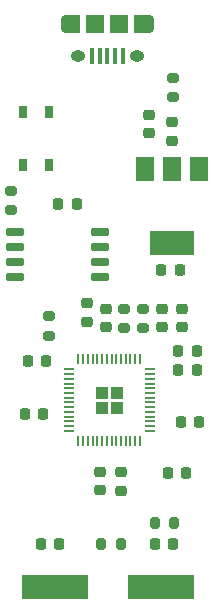
<source format=gtp>
%TF.GenerationSoftware,KiCad,Pcbnew,(6.0.8)*%
%TF.CreationDate,2023-06-24T19:25:15-06:00*%
%TF.ProjectId,RP2040_devBoard,52503230-3430-45f6-9465-76426f617264,rev?*%
%TF.SameCoordinates,Original*%
%TF.FileFunction,Paste,Top*%
%TF.FilePolarity,Positive*%
%FSLAX46Y46*%
G04 Gerber Fmt 4.6, Leading zero omitted, Abs format (unit mm)*
G04 Created by KiCad (PCBNEW (6.0.8)) date 2023-06-24 19:25:15*
%MOMM*%
%LPD*%
G01*
G04 APERTURE LIST*
G04 Aperture macros list*
%AMRoundRect*
0 Rectangle with rounded corners*
0 $1 Rounding radius*
0 $2 $3 $4 $5 $6 $7 $8 $9 X,Y pos of 4 corners*
0 Add a 4 corners polygon primitive as box body*
4,1,4,$2,$3,$4,$5,$6,$7,$8,$9,$2,$3,0*
0 Add four circle primitives for the rounded corners*
1,1,$1+$1,$2,$3*
1,1,$1+$1,$4,$5*
1,1,$1+$1,$6,$7*
1,1,$1+$1,$8,$9*
0 Add four rect primitives between the rounded corners*
20,1,$1+$1,$2,$3,$4,$5,0*
20,1,$1+$1,$4,$5,$6,$7,0*
20,1,$1+$1,$6,$7,$8,$9,0*
20,1,$1+$1,$8,$9,$2,$3,0*%
G04 Aperture macros list end*
%ADD10RoundRect,0.200000X0.275000X-0.200000X0.275000X0.200000X-0.275000X0.200000X-0.275000X-0.200000X0*%
%ADD11RoundRect,0.225000X0.250000X-0.225000X0.250000X0.225000X-0.250000X0.225000X-0.250000X-0.225000X0*%
%ADD12O,1.250000X0.950000*%
%ADD13O,0.890000X1.550000*%
%ADD14R,0.400000X1.350000*%
%ADD15R,1.500000X1.550000*%
%ADD16R,1.200000X1.550000*%
%ADD17RoundRect,0.225000X0.225000X0.250000X-0.225000X0.250000X-0.225000X-0.250000X0.225000X-0.250000X0*%
%ADD18RoundRect,0.218750X0.218750X0.256250X-0.218750X0.256250X-0.218750X-0.256250X0.218750X-0.256250X0*%
%ADD19R,1.500000X2.000000*%
%ADD20R,3.800000X2.000000*%
%ADD21RoundRect,0.225000X-0.225000X-0.250000X0.225000X-0.250000X0.225000X0.250000X-0.225000X0.250000X0*%
%ADD22RoundRect,0.150000X-0.650000X-0.150000X0.650000X-0.150000X0.650000X0.150000X-0.650000X0.150000X0*%
%ADD23RoundRect,0.250000X-0.292217X-0.292217X0.292217X-0.292217X0.292217X0.292217X-0.292217X0.292217X0*%
%ADD24RoundRect,0.050000X-0.387500X-0.050000X0.387500X-0.050000X0.387500X0.050000X-0.387500X0.050000X0*%
%ADD25RoundRect,0.050000X-0.050000X-0.387500X0.050000X-0.387500X0.050000X0.387500X-0.050000X0.387500X0*%
%ADD26RoundRect,0.200000X0.200000X0.275000X-0.200000X0.275000X-0.200000X-0.275000X0.200000X-0.275000X0*%
%ADD27RoundRect,0.200000X-0.275000X0.200000X-0.275000X-0.200000X0.275000X-0.200000X0.275000X0.200000X0*%
%ADD28R,5.600000X2.100000*%
%ADD29RoundRect,0.200000X-0.200000X-0.275000X0.200000X-0.275000X0.200000X0.275000X-0.200000X0.275000X0*%
%ADD30R,0.711200X0.990600*%
%ADD31RoundRect,0.225000X-0.250000X0.225000X-0.250000X-0.225000X0.250000X-0.225000X0.250000X0.225000X0*%
%ADD32RoundRect,0.218750X-0.256250X0.218750X-0.256250X-0.218750X0.256250X-0.218750X0.256250X0.218750X0*%
G04 APERTURE END LIST*
D10*
%TO.C,R2*%
X71835000Y-67200000D03*
X71835000Y-65550000D03*
%TD*%
D11*
%TO.C,C10*%
X67100000Y-66650000D03*
X67100000Y-65100000D03*
%TD*%
D12*
%TO.C,J1*%
X66287500Y-44160000D03*
D13*
X72287500Y-41460000D03*
X65287500Y-41460000D03*
D12*
X71287500Y-44160000D03*
D14*
X70087500Y-44160000D03*
X69437500Y-44160000D03*
X68787500Y-44160000D03*
X68137500Y-44160000D03*
X67487500Y-44160000D03*
D15*
X69787500Y-41460000D03*
D16*
X71687500Y-41460000D03*
D15*
X67787500Y-41460000D03*
D16*
X65887500Y-41460000D03*
%TD*%
D17*
%TO.C,C14*%
X66205000Y-56700000D03*
X64655000Y-56700000D03*
%TD*%
D18*
%TO.C,D3*%
X75497500Y-79450000D03*
X73922500Y-79450000D03*
%TD*%
D19*
%TO.C,U2*%
X71990000Y-53730000D03*
X74290000Y-53730000D03*
D20*
X74290000Y-60030000D03*
D19*
X76590000Y-53730000D03*
%TD*%
D11*
%TO.C,C7*%
X68665000Y-67150000D03*
X68665000Y-65600000D03*
%TD*%
D21*
%TO.C,C6*%
X74820000Y-69140000D03*
X76370000Y-69140000D03*
%TD*%
D22*
%TO.C,U3*%
X60940000Y-59055000D03*
X60940000Y-60325000D03*
X60940000Y-61595000D03*
X60940000Y-62865000D03*
X68140000Y-62865000D03*
X68140000Y-61595000D03*
X68140000Y-60325000D03*
X68140000Y-59055000D03*
%TD*%
D23*
%TO.C,U1*%
X69587500Y-72662500D03*
X68312500Y-72662500D03*
X69587500Y-73937500D03*
X68312500Y-73937500D03*
D24*
X65512500Y-70700000D03*
X65512500Y-71100000D03*
X65512500Y-71500000D03*
X65512500Y-71900000D03*
X65512500Y-72300000D03*
X65512500Y-72700000D03*
X65512500Y-73100000D03*
X65512500Y-73500000D03*
X65512500Y-73900000D03*
X65512500Y-74300000D03*
X65512500Y-74700000D03*
X65512500Y-75100000D03*
X65512500Y-75500000D03*
X65512500Y-75900000D03*
D25*
X66350000Y-76737500D03*
X66750000Y-76737500D03*
X67150000Y-76737500D03*
X67550000Y-76737500D03*
X67950000Y-76737500D03*
X68350000Y-76737500D03*
X68750000Y-76737500D03*
X69150000Y-76737500D03*
X69550000Y-76737500D03*
X69950000Y-76737500D03*
X70350000Y-76737500D03*
X70750000Y-76737500D03*
X71150000Y-76737500D03*
X71550000Y-76737500D03*
D24*
X72387500Y-75900000D03*
X72387500Y-75500000D03*
X72387500Y-75100000D03*
X72387500Y-74700000D03*
X72387500Y-74300000D03*
X72387500Y-73900000D03*
X72387500Y-73500000D03*
X72387500Y-73100000D03*
X72387500Y-72700000D03*
X72387500Y-72300000D03*
X72387500Y-71900000D03*
X72387500Y-71500000D03*
X72387500Y-71100000D03*
X72387500Y-70700000D03*
D25*
X71550000Y-69862500D03*
X71150000Y-69862500D03*
X70750000Y-69862500D03*
X70350000Y-69862500D03*
X69950000Y-69862500D03*
X69550000Y-69862500D03*
X69150000Y-69862500D03*
X68750000Y-69862500D03*
X68350000Y-69862500D03*
X67950000Y-69862500D03*
X67550000Y-69862500D03*
X67150000Y-69862500D03*
X66750000Y-69862500D03*
X66350000Y-69862500D03*
%TD*%
D26*
%TO.C,R5*%
X69920000Y-85510000D03*
X68270000Y-85510000D03*
%TD*%
D27*
%TO.C,R3*%
X63900000Y-66185000D03*
X63900000Y-67835000D03*
%TD*%
D17*
%TO.C,C1*%
X63615000Y-70010000D03*
X62065000Y-70010000D03*
%TD*%
D10*
%TO.C,R1*%
X70250000Y-67200000D03*
X70250000Y-65550000D03*
%TD*%
D21*
%TO.C,C15*%
X72840000Y-85520000D03*
X74390000Y-85520000D03*
%TD*%
D17*
%TO.C,C12*%
X74925000Y-62300000D03*
X73375000Y-62300000D03*
%TD*%
D28*
%TO.C,Y1*%
X64325000Y-89125000D03*
X73325000Y-89125000D03*
%TD*%
D27*
%TO.C,R6*%
X74325000Y-46000000D03*
X74325000Y-47650000D03*
%TD*%
D21*
%TO.C,C16*%
X63172500Y-85520000D03*
X64722500Y-85520000D03*
%TD*%
D27*
%TO.C,R4*%
X60650000Y-55585000D03*
X60650000Y-57235000D03*
%TD*%
D29*
%TO.C,R8*%
X72795000Y-83700000D03*
X74445000Y-83700000D03*
%TD*%
D11*
%TO.C,C13*%
X72340000Y-50725000D03*
X72340000Y-49175000D03*
%TD*%
D21*
%TO.C,C5*%
X74820000Y-70765000D03*
X76370000Y-70765000D03*
%TD*%
D30*
%TO.C,SW1*%
X63843499Y-48880799D03*
X63843499Y-53380801D03*
X61693501Y-48880799D03*
X61693501Y-53380801D03*
%TD*%
D31*
%TO.C,C3*%
X68170000Y-79395000D03*
X68170000Y-80945000D03*
%TD*%
D32*
%TO.C,D1*%
X74300000Y-49787500D03*
X74300000Y-51362500D03*
%TD*%
D31*
%TO.C,C11*%
X69930000Y-79425000D03*
X69930000Y-80975000D03*
%TD*%
D11*
%TO.C,C8*%
X75130000Y-67150000D03*
X75130000Y-65600000D03*
%TD*%
%TO.C,C9*%
X73420000Y-67150000D03*
X73420000Y-65600000D03*
%TD*%
D21*
%TO.C,C4*%
X75000000Y-75125000D03*
X76550000Y-75125000D03*
%TD*%
D17*
%TO.C,C2*%
X63335000Y-74520000D03*
X61785000Y-74520000D03*
%TD*%
M02*

</source>
